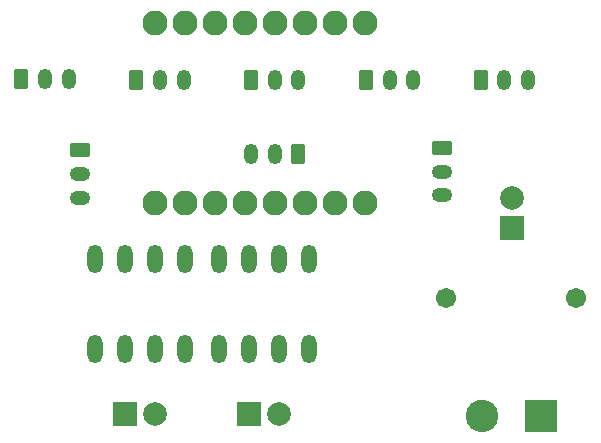
<source format=gbr>
%TF.GenerationSoftware,KiCad,Pcbnew,8.0.3*%
%TF.CreationDate,2025-04-18T12:15:05-03:00*%
%TF.ProjectId,mini,6d696e69-2e6b-4696-9361-645f70636258,rev?*%
%TF.SameCoordinates,Original*%
%TF.FileFunction,Soldermask,Bot*%
%TF.FilePolarity,Negative*%
%FSLAX46Y46*%
G04 Gerber Fmt 4.6, Leading zero omitted, Abs format (unit mm)*
G04 Created by KiCad (PCBNEW 8.0.3) date 2025-04-18 12:15:05*
%MOMM*%
%LPD*%
G01*
G04 APERTURE LIST*
G04 Aperture macros list*
%AMRoundRect*
0 Rectangle with rounded corners*
0 $1 Rounding radius*
0 $2 $3 $4 $5 $6 $7 $8 $9 X,Y pos of 4 corners*
0 Add a 4 corners polygon primitive as box body*
4,1,4,$2,$3,$4,$5,$6,$7,$8,$9,$2,$3,0*
0 Add four circle primitives for the rounded corners*
1,1,$1+$1,$2,$3*
1,1,$1+$1,$4,$5*
1,1,$1+$1,$6,$7*
1,1,$1+$1,$8,$9*
0 Add four rect primitives between the rounded corners*
20,1,$1+$1,$2,$3,$4,$5,0*
20,1,$1+$1,$4,$5,$6,$7,0*
20,1,$1+$1,$6,$7,$8,$9,0*
20,1,$1+$1,$8,$9,$2,$3,0*%
G04 Aperture macros list end*
%ADD10R,2.000000X2.000000*%
%ADD11C,2.000000*%
%ADD12RoundRect,0.250000X-0.350000X-0.625000X0.350000X-0.625000X0.350000X0.625000X-0.350000X0.625000X0*%
%ADD13O,1.200000X1.750000*%
%ADD14RoundRect,0.250000X-0.625000X0.350000X-0.625000X-0.350000X0.625000X-0.350000X0.625000X0.350000X0*%
%ADD15O,1.750000X1.200000*%
%ADD16C,2.109000*%
%ADD17RoundRect,0.250000X0.350000X0.625000X-0.350000X0.625000X-0.350000X-0.625000X0.350000X-0.625000X0*%
%ADD18O,1.312000X2.420000*%
%ADD19C,2.754000*%
%ADD20RoundRect,0.102000X1.275000X1.275000X-1.275000X1.275000X-1.275000X-1.275000X1.275000X-1.275000X0*%
%ADD21C,1.712000*%
G04 APERTURE END LIST*
D10*
%TO.C,J12*%
X173240000Y-52385000D03*
D11*
X173240000Y-49845000D03*
%TD*%
D12*
%TO.C,J4*%
X151120000Y-39850000D03*
D13*
X153120000Y-39850000D03*
X155120000Y-39850000D03*
%TD*%
D14*
%TO.C,J2*%
X136600000Y-45800000D03*
D15*
X136600000Y-47800000D03*
X136600000Y-49800000D03*
%TD*%
D10*
%TO.C,J10*%
X150970000Y-68126250D03*
D11*
X153510000Y-68126250D03*
%TD*%
D12*
%TO.C,J6*%
X160845000Y-39850000D03*
D13*
X162845000Y-39850000D03*
X164845000Y-39850000D03*
%TD*%
D16*
%TO.C,U3*%
X142965000Y-50240000D03*
X145505000Y-50240000D03*
X148045000Y-50240000D03*
X150585000Y-50240000D03*
X155665000Y-50240000D03*
X153125000Y-50240000D03*
X160745000Y-35000000D03*
X160745000Y-50240000D03*
X158205000Y-35000000D03*
X155665000Y-35000000D03*
X153125000Y-35000000D03*
X150585000Y-35000000D03*
X148045000Y-35000000D03*
X145505000Y-35000000D03*
X142965000Y-35000000D03*
X158205000Y-50240000D03*
%TD*%
D17*
%TO.C,J5*%
X155125000Y-46150000D03*
D13*
X153125000Y-46150000D03*
X151125000Y-46150000D03*
%TD*%
D18*
%TO.C,U4*%
X145505000Y-55009000D03*
X142965000Y-55009000D03*
X140425000Y-55009000D03*
X137885000Y-55009000D03*
X137885000Y-62629000D03*
X140425000Y-62629000D03*
X142965000Y-62629000D03*
X145505000Y-62629000D03*
%TD*%
D12*
%TO.C,J3*%
X131670000Y-39800000D03*
D13*
X133670000Y-39800000D03*
X135670000Y-39800000D03*
%TD*%
D12*
%TO.C,J1*%
X141395000Y-39850000D03*
D13*
X143395000Y-39850000D03*
X145395000Y-39850000D03*
%TD*%
D14*
%TO.C,J7*%
X167250000Y-45600000D03*
D15*
X167250000Y-47600000D03*
X167250000Y-49600000D03*
%TD*%
D12*
%TO.C,J8*%
X170570000Y-39850000D03*
D13*
X172570000Y-39850000D03*
X174570000Y-39850000D03*
%TD*%
D10*
%TO.C,J11*%
X140415000Y-68120000D03*
D11*
X142955000Y-68120000D03*
%TD*%
D18*
%TO.C,U2*%
X156050000Y-55009000D03*
X153510000Y-55009000D03*
X150970000Y-55009000D03*
X148430000Y-55009000D03*
X148430000Y-62629000D03*
X150970000Y-62629000D03*
X153510000Y-62629000D03*
X156050000Y-62629000D03*
%TD*%
D19*
%TO.C,J13*%
X170660000Y-68310000D03*
D20*
X175660000Y-68310000D03*
D21*
X167660000Y-58310000D03*
X178660000Y-58310000D03*
%TD*%
M02*

</source>
